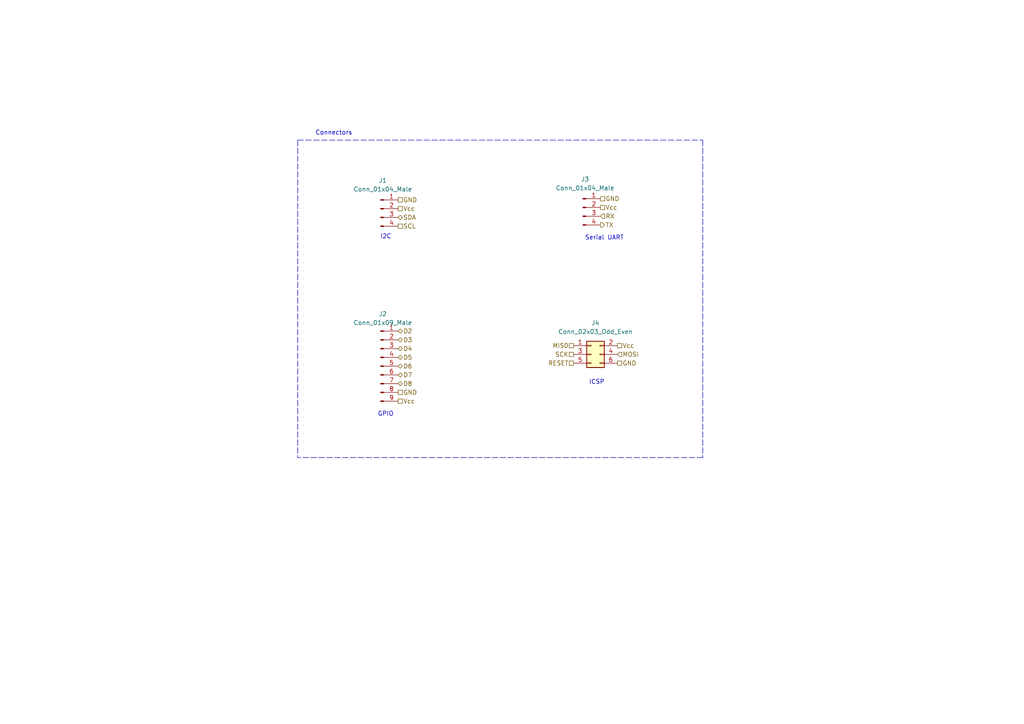
<source format=kicad_sch>
(kicad_sch (version 20211123) (generator eeschema)
  (paper "A4")
  (lib_symbols
    (symbol "Connector:Conn_01x04_Male" (pin_names (offset 1.016) hide)
      (property "Reference" "J" (at 0 5.08 0))
      (property "Value" "Conn_01x04_Male" (at 0 -7.62 0))
      (symbol "Conn_01x04_Male_1_1"
        (polyline (pts (xy 1.27 -5.08) (xy 0.8636 -5.08)) (stroke (width 0.1524)))
        (polyline (pts (xy 1.27 -2.54) (xy 0.8636 -2.54)) (stroke (width 0.1524)))
        (polyline (pts (xy 1.27 0) (xy 0.8636 0)) (stroke (width 0.1524)))
        (polyline (pts (xy 1.27 2.54) (xy 0.8636 2.54)) (stroke (width 0.1524)))
        (rectangle (start 0.8636 -4.953) (end 0 -5.207) (stroke (width 0.1524)) (fill (type outline)))
        (rectangle (start 0.8636 -2.413) (end 0 -2.667) (stroke (width 0.1524)) (fill (type outline)))
        (rectangle (start 0.8636 0.127) (end 0 -0.127) (stroke (width 0.1524)) (fill (type outline)))
        (rectangle (start 0.8636 2.667) (end 0 2.413) (stroke (width 0.1524)) (fill (type outline)))
        (pin passive line (at 5.08 2.54 180) (length 3.81) (name "Pin_1") (number "1"))
        (pin passive line (at 5.08 0 180) (length 3.81) (name "Pin_2") (number "2"))
        (pin passive line (at 5.08 -2.54 180) (length 3.81) (name "Pin_3") (number "3"))
        (pin passive line (at 5.08 -5.08 180) (length 3.81) (name "Pin_4") (number "4"))
      )
    )
    (symbol "Connector:Conn_01x09_Male" (pin_names (offset 1.016) hide)
      (property "Reference" "J" (at 0 12.7 0))
      (property "Value" "Conn_01x09_Male" (at 0 -12.7 0))
      (symbol "Conn_01x09_Male_1_1"
        (polyline (pts (xy 1.27 -10.16) (xy 0.8636 -10.16)) (stroke (width 0.1524)))
        (polyline (pts (xy 1.27 -7.62) (xy 0.8636 -7.62)) (stroke (width 0.1524)))
        (polyline (pts (xy 1.27 -5.08) (xy 0.8636 -5.08)) (stroke (width 0.1524)))
        (polyline (pts (xy 1.27 -2.54) (xy 0.8636 -2.54)) (stroke (width 0.1524)))
        (polyline (pts (xy 1.27 0) (xy 0.8636 0)) (stroke (width 0.1524)))
        (polyline (pts (xy 1.27 2.54) (xy 0.8636 2.54)) (stroke (width 0.1524)))
        (polyline (pts (xy 1.27 5.08) (xy 0.8636 5.08)) (stroke (width 0.1524)))
        (polyline (pts (xy 1.27 7.62) (xy 0.8636 7.62)) (stroke (width 0.1524)))
        (polyline (pts (xy 1.27 10.16) (xy 0.8636 10.16)) (stroke (width 0.1524)))
        (rectangle (start 0.8636 -10.033) (end 0 -10.287) (stroke (width 0.1524)) (fill (type outline)))
        (rectangle (start 0.8636 -7.493) (end 0 -7.747) (stroke (width 0.1524)) (fill (type outline)))
        (rectangle (start 0.8636 -4.953) (end 0 -5.207) (stroke (width 0.1524)) (fill (type outline)))
        (rectangle (start 0.8636 -2.413) (end 0 -2.667) (stroke (width 0.1524)) (fill (type outline)))
        (rectangle (start 0.8636 0.127) (end 0 -0.127) (stroke (width 0.1524)) (fill (type outline)))
        (rectangle (start 0.8636 2.667) (end 0 2.413) (stroke (width 0.1524)) (fill (type outline)))
        (rectangle (start 0.8636 5.207) (end 0 4.953) (stroke (width 0.1524)) (fill (type outline)))
        (rectangle (start 0.8636 7.747) (end 0 7.493) (stroke (width 0.1524)) (fill (type outline)))
        (rectangle (start 0.8636 10.287) (end 0 10.033) (stroke (width 0.1524)) (fill (type outline)))
        (pin passive line (at 5.08 10.16 180) (length 3.81) (name "Pin_1") (number "1"))
        (pin passive line (at 5.08 7.62 180) (length 3.81) (name "Pin_2") (number "2"))
        (pin passive line (at 5.08 5.08 180) (length 3.81) (name "Pin_3") (number "3"))
        (pin passive line (at 5.08 2.54 180) (length 3.81) (name "Pin_4") (number "4"))
        (pin passive line (at 5.08 0 180) (length 3.81) (name "Pin_5") (number "5"))
        (pin passive line (at 5.08 -2.54 180) (length 3.81) (name "Pin_6") (number "6"))
        (pin passive line (at 5.08 -5.08 180) (length 3.81) (name "Pin_7") (number "7"))
        (pin passive line (at 5.08 -7.62 180) (length 3.81) (name "Pin_8") (number "8"))
        (pin passive line (at 5.08 -10.16 180) (length 3.81) (name "Pin_9") (number "9"))
      )
    )
    (symbol "Connector_Generic:Conn_02x03_Odd_Even" (pin_names (offset 1.016) hide)
      (property "Reference" "J" (at 1.27 5.08 0))
      (property "Value" "Conn_02x03_Odd_Even" (at 1.27 -5.08 0))
      (symbol "Conn_02x03_Odd_Even_1_1"
        (rectangle (start -1.27 -2.413) (end 0 -2.667) (stroke (width 0.1524)))
        (rectangle (start -1.27 0.127) (end 0 -0.127) (stroke (width 0.1524)))
        (rectangle (start -1.27 2.667) (end 0 2.413) (stroke (width 0.1524)))
        (rectangle (start -1.27 3.81) (end 3.81 -3.81) (stroke (width 0.254)) (fill (type background)))
        (rectangle (start 3.81 -2.413) (end 2.54 -2.667) (stroke (width 0.1524)))
        (rectangle (start 3.81 0.127) (end 2.54 -0.127) (stroke (width 0.1524)))
        (rectangle (start 3.81 2.667) (end 2.54 2.413) (stroke (width 0.1524)))
        (pin passive line (at -5.08 2.54 0) (length 3.81) (name "Pin_1") (number "1"))
        (pin passive line (at 7.62 2.54 180) (length 3.81) (name "Pin_2") (number "2"))
        (pin passive line (at -5.08 0 0) (length 3.81) (name "Pin_3") (number "3"))
        (pin passive line (at 7.62 0 180) (length 3.81) (name "Pin_4") (number "4"))
        (pin passive line (at -5.08 -2.54 0) (length 3.81) (name "Pin_5") (number "5"))
        (pin passive line (at 7.62 -2.54 180) (length 3.81) (name "Pin_6") (number "6"))
      )
    )
  )
  (polyline (pts (xy 203.835 132.715) (xy 86.36 132.715)))
  (polyline (pts (xy 203.835 40.64) (xy 203.835 132.715)))
  (polyline (pts (xy 86.36 40.64) (xy 86.36 132.715)))
  (polyline (pts (xy 86.36 40.64) (xy 203.835 40.64)))
  (text "ICSP" (at 170.815 111.6584 0) (effects (font (size 1.27 1.27)) (justify left bottom)))
  (text "GPIO" (at 109.5248 120.904 0) (effects (font (size 1.27 1.27)) (justify left bottom)))
  (text "Serial UART" (at 169.6466 69.7992 0) (effects (font (size 1.27 1.27)) (justify left bottom)))
  (text "I2C\n" (at 110.2614 69.4436 0) (effects (font (size 1.27 1.27)) (justify left bottom)))
  (text "Connectors" (at 91.44 39.37 0) (effects (font (size 1.27 1.27)) (justify left bottom)))
  (hierarchical_label "TX" (shape output) (at 174.1424 65.2526 0))
  (hierarchical_label "GND" (shape passive) (at 115.4684 57.9882 0))
  (hierarchical_label "Vcc" (shape passive) (at 174.1424 60.1726 0))
  (hierarchical_label "GND" (shape passive) (at 179.07 105.3338 0))
  (hierarchical_label "D2" (shape bidirectional) (at 115.4684 96.0374 0))
  (hierarchical_label "MIS0" (shape passive) (at 166.37 100.2538 180))
  (hierarchical_label "MOSI" (shape input) (at 179.07 102.7938 0))
  (hierarchical_label "GND" (shape passive) (at 115.4684 113.8174 0))
  (hierarchical_label "Vcc" (shape passive) (at 179.07 100.2538 0))
  (hierarchical_label "D8" (shape bidirectional) (at 115.4684 111.2774 0))
  (hierarchical_label "SCL" (shape passive) (at 115.4684 65.6082 0))
  (hierarchical_label "GND" (shape passive) (at 174.1424 57.6326 0))
  (hierarchical_label "D6" (shape bidirectional) (at 115.4684 106.1974 0))
  (hierarchical_label "RESET" (shape passive) (at 166.37 105.3338 180))
  (hierarchical_label "SCK" (shape passive) (at 166.37 102.7938 180))
  (hierarchical_label "D5" (shape bidirectional) (at 115.4684 103.6574 0))
  (hierarchical_label "Vcc" (shape passive) (at 115.4684 60.5282 0))
  (hierarchical_label "RX" (shape input) (at 174.1424 62.7126 0))
  (hierarchical_label "D3" (shape bidirectional) (at 115.4684 98.5774 0))
  (hierarchical_label "D4" (shape bidirectional) (at 115.4684 101.1174 0))
  (hierarchical_label "D7" (shape bidirectional) (at 115.4684 108.7374 0))
  (hierarchical_label "SDA" (shape bidirectional) (at 115.4684 63.0682 0))
  (hierarchical_label "Vcc" (shape passive) (at 115.4684 116.3574 0))
  (symbol (lib_id "Connector:Conn_01x04_Male") (at 169.0624 60.1726 0) (unit 1)
    (property "Reference" "J3" (at 169.6974 51.9938 0))
    (property "Value" "Conn_01x04_Male" (at 169.6974 54.5338 0))
    (property "Footprint" "Connector_PinHeader_2.54mm:PinHeader_1x04_P2.54mm_Vertical" (effects hide))
  )
  (symbol (lib_id "Connector:Conn_01x04_Male") (at 110.3884 60.5282 0) (unit 1)
    (property "Reference" "J1" (at 111.0234 52.3494 0))
    (property "Value" "Conn_01x04_Male" (at 111.0234 54.8894 0))
    (property "Footprint" "Connector_PinHeader_2.54mm:PinHeader_1x04_P2.54mm_Vertical" (effects hide))
  )
  (symbol (lib_id "Connector:Conn_01x09_Male") (at 110.3884 106.1974 0) (unit 1)
    (property "Reference" "J2" (at 111.0234 91.059 0))
    (property "Value" "Conn_01x09_Male" (at 111.0234 93.599 0))
    (property "Footprint" "Connector_PinHeader_2.54mm:PinHeader_1x09_P2.54mm_Vertical" (effects hide))
  )
  (symbol (lib_id "Connector_Generic:Conn_02x03_Odd_Even") (at 171.45 102.7938 0) (unit 1)
    (property "Reference" "J4" (at 172.72 93.6752 0))
    (property "Value" "Conn_02x03_Odd_Even" (at 172.72 96.2152 0))
    (property "Footprint" "Connector_PinHeader_2.54mm:PinHeader_2x03_P2.54mm_Vertical" (effects hide))
  )
)
</source>
